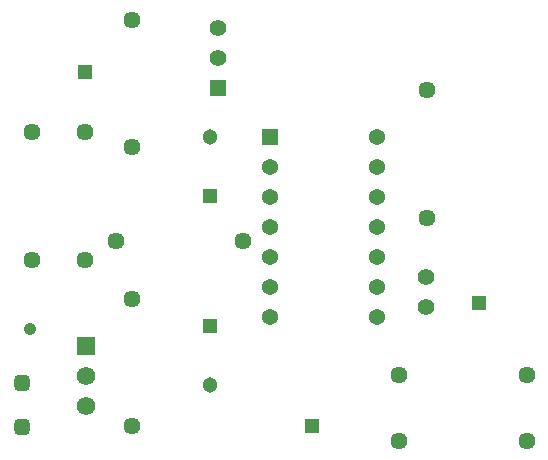
<source format=gbr>
G04*
G04 #@! TF.GenerationSoftware,Altium Limited,Altium Designer,24.7.2 (38)*
G04*
G04 Layer_Color=8388736*
%FSLAX44Y44*%
%MOMM*%
G71*
G04*
G04 #@! TF.SameCoordinates,DA7644E0-93A3-41EC-BC17-E7A0BFE8D910*
G04*
G04*
G04 #@! TF.FilePolarity,Negative*
G04*
G01*
G75*
G04:AMPARAMS|DCode=15|XSize=1.3462mm|YSize=1.3462mm|CornerRadius=0.3874mm|HoleSize=0mm|Usage=FLASHONLY|Rotation=0.000|XOffset=0mm|YOffset=0mm|HoleType=Round|Shape=RoundedRectangle|*
%AMROUNDEDRECTD15*
21,1,1.3462,0.5715,0,0,0.0*
21,1,0.5715,1.3462,0,0,0.0*
1,1,0.7747,0.2858,-0.2858*
1,1,0.7747,-0.2858,-0.2858*
1,1,0.7747,-0.2858,0.2858*
1,1,0.7747,0.2858,0.2858*
%
%ADD15ROUNDEDRECTD15*%
%ADD16R,1.4032X1.4032*%
%ADD17C,1.4032*%
%ADD18R,1.3032X1.3032*%
%ADD19C,1.3032*%
%ADD20R,1.2132X1.2132*%
%ADD21C,1.4432*%
%ADD22R,1.3732X1.3732*%
%ADD23C,1.3732*%
%ADD24R,1.5732X1.5732*%
%ADD25C,1.5732*%
%ADD26C,1.4212*%
%ADD27C,1.0617*%
D15*
X16256Y33528D02*
D03*
X16764Y70612D02*
D03*
D16*
X182195Y320115D02*
D03*
D17*
Y345515D02*
D03*
Y370915D02*
D03*
D18*
X176022Y228910D02*
D03*
Y118472D02*
D03*
D19*
Y278910D02*
D03*
Y68472D02*
D03*
D20*
X262248Y34283D02*
D03*
X403384Y138462D02*
D03*
X69955Y333731D02*
D03*
D21*
X444156Y21755D02*
D03*
X336056D02*
D03*
Y77635D02*
D03*
X444156D02*
D03*
X359032Y318208D02*
D03*
Y210108D02*
D03*
X109713Y378203D02*
D03*
Y270103D02*
D03*
X69531Y174706D02*
D03*
Y282806D02*
D03*
X25081Y174706D02*
D03*
Y282806D02*
D03*
X204010Y190485D02*
D03*
X95910D02*
D03*
X109713Y141983D02*
D03*
Y33883D02*
D03*
D22*
X226822Y278892D02*
D03*
D23*
Y253492D02*
D03*
Y228092D02*
D03*
Y202692D02*
D03*
Y177292D02*
D03*
Y151892D02*
D03*
Y126492D02*
D03*
X316992D02*
D03*
Y151892D02*
D03*
Y177292D02*
D03*
Y202692D02*
D03*
Y228092D02*
D03*
Y253492D02*
D03*
Y278892D02*
D03*
D24*
X70590Y102056D02*
D03*
D25*
Y76656D02*
D03*
Y51256D02*
D03*
D26*
X358282Y134943D02*
D03*
Y160343D02*
D03*
D27*
X23114Y116078D02*
D03*
M02*

</source>
